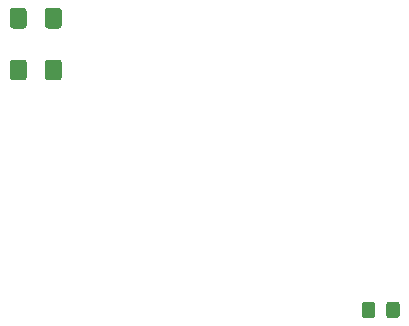
<source format=gbr>
%TF.GenerationSoftware,KiCad,Pcbnew,(5.1.6-0-10_14)*%
%TF.CreationDate,2021-03-04T16:28:04+01:00*%
%TF.ProjectId,serial_board,73657269-616c-45f6-926f-6172642e6b69,rev?*%
%TF.SameCoordinates,Original*%
%TF.FileFunction,Paste,Top*%
%TF.FilePolarity,Positive*%
%FSLAX46Y46*%
G04 Gerber Fmt 4.6, Leading zero omitted, Abs format (unit mm)*
G04 Created by KiCad (PCBNEW (5.1.6-0-10_14)) date 2021-03-04 16:28:04*
%MOMM*%
%LPD*%
G01*
G04 APERTURE LIST*
G04 APERTURE END LIST*
%TO.C,R3*%
G36*
G01*
X53155000Y11233999D02*
X53155000Y12134001D01*
G75*
G02*
X53404999Y12384000I249999J0D01*
G01*
X54055001Y12384000D01*
G75*
G02*
X54305000Y12134001I0J-249999D01*
G01*
X54305000Y11233999D01*
G75*
G02*
X54055001Y10984000I-249999J0D01*
G01*
X53404999Y10984000D01*
G75*
G02*
X53155000Y11233999I0J249999D01*
G01*
G37*
G36*
G01*
X51105000Y11233999D02*
X51105000Y12134001D01*
G75*
G02*
X51354999Y12384000I249999J0D01*
G01*
X52005001Y12384000D01*
G75*
G02*
X52255000Y12134001I0J-249999D01*
G01*
X52255000Y11233999D01*
G75*
G02*
X52005001Y10984000I-249999J0D01*
G01*
X51354999Y10984000D01*
G75*
G02*
X51105000Y11233999I0J249999D01*
G01*
G37*
%TD*%
%TO.C,D2*%
G36*
G01*
X22720000Y37010500D02*
X22720000Y35760500D01*
G75*
G02*
X22470000Y35510500I-250000J0D01*
G01*
X21545000Y35510500D01*
G75*
G02*
X21295000Y35760500I0J250000D01*
G01*
X21295000Y37010500D01*
G75*
G02*
X21545000Y37260500I250000J0D01*
G01*
X22470000Y37260500D01*
G75*
G02*
X22720000Y37010500I0J-250000D01*
G01*
G37*
G36*
G01*
X25695000Y37010500D02*
X25695000Y35760500D01*
G75*
G02*
X25445000Y35510500I-250000J0D01*
G01*
X24520000Y35510500D01*
G75*
G02*
X24270000Y35760500I0J250000D01*
G01*
X24270000Y37010500D01*
G75*
G02*
X24520000Y37260500I250000J0D01*
G01*
X25445000Y37260500D01*
G75*
G02*
X25695000Y37010500I0J-250000D01*
G01*
G37*
%TD*%
%TO.C,D1*%
G36*
G01*
X22720000Y32629000D02*
X22720000Y31379000D01*
G75*
G02*
X22470000Y31129000I-250000J0D01*
G01*
X21545000Y31129000D01*
G75*
G02*
X21295000Y31379000I0J250000D01*
G01*
X21295000Y32629000D01*
G75*
G02*
X21545000Y32879000I250000J0D01*
G01*
X22470000Y32879000D01*
G75*
G02*
X22720000Y32629000I0J-250000D01*
G01*
G37*
G36*
G01*
X25695000Y32629000D02*
X25695000Y31379000D01*
G75*
G02*
X25445000Y31129000I-250000J0D01*
G01*
X24520000Y31129000D01*
G75*
G02*
X24270000Y31379000I0J250000D01*
G01*
X24270000Y32629000D01*
G75*
G02*
X24520000Y32879000I250000J0D01*
G01*
X25445000Y32879000D01*
G75*
G02*
X25695000Y32629000I0J-250000D01*
G01*
G37*
%TD*%
M02*

</source>
